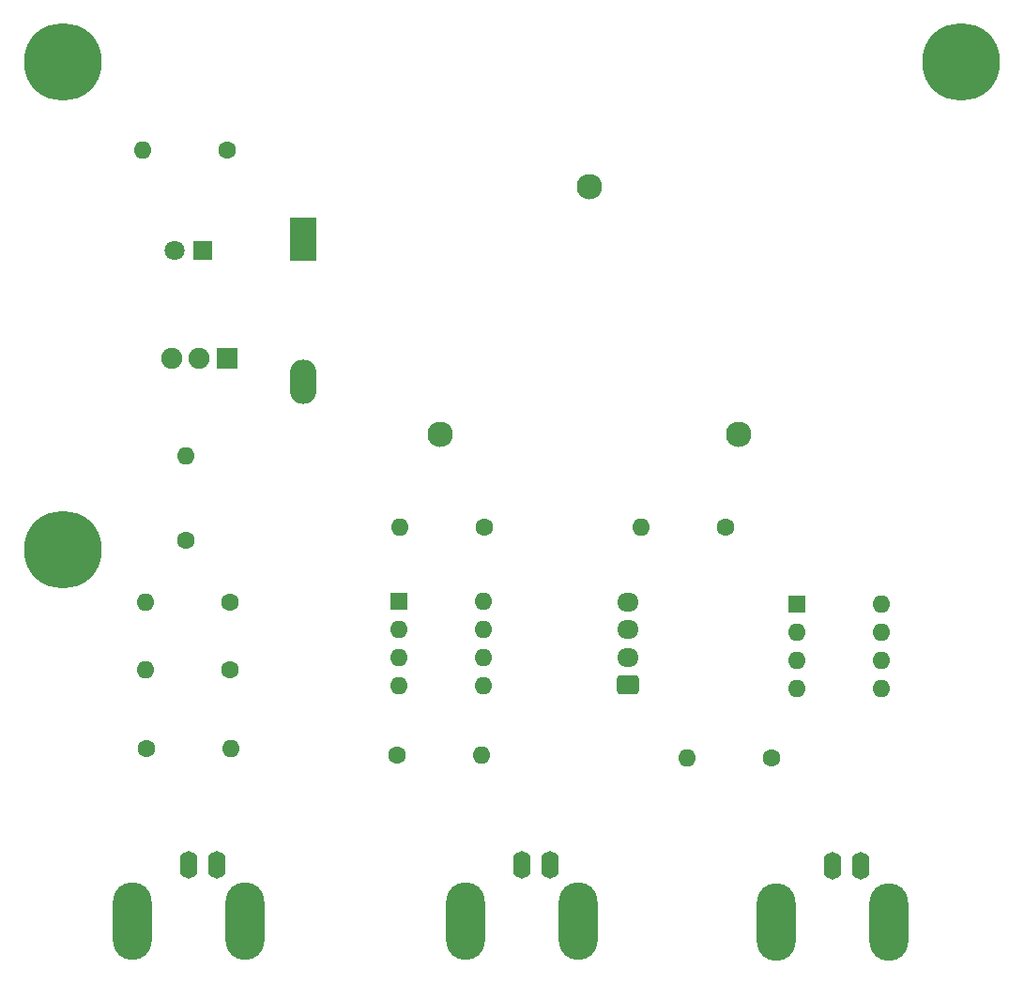
<source format=gts>
%TF.GenerationSoftware,KiCad,Pcbnew,7.0.11-7.0.11~ubuntu22.04.1*%
%TF.CreationDate,2025-04-04T02:52:59+02:00*%
%TF.ProjectId,signal-conditioning-pcb,7369676e-616c-42d6-936f-6e646974696f,rev?*%
%TF.SameCoordinates,Original*%
%TF.FileFunction,Soldermask,Top*%
%TF.FilePolarity,Negative*%
%FSLAX46Y46*%
G04 Gerber Fmt 4.6, Leading zero omitted, Abs format (unit mm)*
G04 Created by KiCad (PCBNEW 7.0.11-7.0.11~ubuntu22.04.1) date 2025-04-04 02:52:59*
%MOMM*%
%LPD*%
G01*
G04 APERTURE LIST*
G04 Aperture macros list*
%AMRoundRect*
0 Rectangle with rounded corners*
0 $1 Rounding radius*
0 $2 $3 $4 $5 $6 $7 $8 $9 X,Y pos of 4 corners*
0 Add a 4 corners polygon primitive as box body*
4,1,4,$2,$3,$4,$5,$6,$7,$8,$9,$2,$3,0*
0 Add four circle primitives for the rounded corners*
1,1,$1+$1,$2,$3*
1,1,$1+$1,$4,$5*
1,1,$1+$1,$6,$7*
1,1,$1+$1,$8,$9*
0 Add four rect primitives between the rounded corners*
20,1,$1+$1,$2,$3,$4,$5,0*
20,1,$1+$1,$4,$5,$6,$7,0*
20,1,$1+$1,$6,$7,$8,$9,0*
20,1,$1+$1,$8,$9,$2,$3,0*%
G04 Aperture macros list end*
%ADD10RoundRect,0.250000X0.725000X-0.600000X0.725000X0.600000X-0.725000X0.600000X-0.725000X-0.600000X0*%
%ADD11O,1.950000X1.700000*%
%ADD12R,1.900000X1.900000*%
%ADD13C,1.900000*%
%ADD14C,2.300000*%
%ADD15R,2.410000X4.020000*%
%ADD16O,2.410000X4.020000*%
%ADD17C,7.000000*%
%ADD18O,1.600000X2.500000*%
%ADD19O,3.500000X7.000000*%
%ADD20C,1.600000*%
%ADD21O,1.600000X1.600000*%
%ADD22R,1.600000X1.600000*%
%ADD23R,1.800000X1.800000*%
%ADD24C,1.800000*%
G04 APERTURE END LIST*
D10*
%TO.C,J5*%
X150368000Y-94234000D03*
D11*
X150368000Y-91734000D03*
X150368000Y-89234000D03*
X150368000Y-86734000D03*
%TD*%
D12*
%TO.C,S1*%
X114163000Y-64770000D03*
D13*
X111663000Y-64770000D03*
X109163000Y-64770000D03*
%TD*%
D14*
%TO.C,BT1*%
X133370000Y-71600000D03*
X146860000Y-49250000D03*
X160340000Y-71600000D03*
D15*
X121080000Y-53980000D03*
D16*
X121080000Y-66860000D03*
%TD*%
D17*
%TO.C,M1*%
X99400000Y-38000000D03*
%TD*%
D18*
%TO.C,J3*%
X110744000Y-110434000D03*
D19*
X115824000Y-115514000D03*
D18*
X113284000Y-110434000D03*
D19*
X105664000Y-115514000D03*
%TD*%
D18*
%TO.C,J1*%
X168824000Y-110514000D03*
D19*
X173904000Y-115594000D03*
D18*
X171364000Y-110514000D03*
D19*
X163744000Y-115594000D03*
%TD*%
D20*
%TO.C,R4*%
X106934000Y-99949000D03*
D21*
X114554000Y-99949000D03*
%TD*%
D20*
%TO.C,R8*%
X159131000Y-80010000D03*
D21*
X151511000Y-80010000D03*
%TD*%
D17*
%TO.C,M2*%
X180400000Y-38000000D03*
%TD*%
D22*
%TO.C,U1*%
X165618000Y-86878000D03*
D21*
X165618000Y-89418000D03*
X165618000Y-91958000D03*
X165618000Y-94498000D03*
X173238000Y-94498000D03*
X173238000Y-91958000D03*
X173238000Y-89418000D03*
X173238000Y-86878000D03*
%TD*%
D20*
%TO.C,R6*%
X114427000Y-86741000D03*
D21*
X106807000Y-86741000D03*
%TD*%
D22*
%TO.C,U2*%
X129677000Y-86624000D03*
D21*
X129677000Y-89164000D03*
X129677000Y-91704000D03*
X129677000Y-94244000D03*
X137297000Y-94244000D03*
X137297000Y-91704000D03*
X137297000Y-89164000D03*
X137297000Y-86624000D03*
%TD*%
D20*
%TO.C,R2*%
X137414000Y-80010000D03*
D21*
X129794000Y-80010000D03*
%TD*%
D17*
%TO.C,M3*%
X99400000Y-82000000D03*
%TD*%
D20*
%TO.C,R9*%
X114173000Y-45974000D03*
D21*
X106553000Y-45974000D03*
%TD*%
D20*
%TO.C,R3*%
X110490000Y-81153000D03*
D21*
X110490000Y-73533000D03*
%TD*%
D20*
%TO.C,R5*%
X114427000Y-92837000D03*
D21*
X106807000Y-92837000D03*
%TD*%
D20*
%TO.C,R1*%
X163322000Y-100838000D03*
D21*
X155702000Y-100838000D03*
%TD*%
D20*
%TO.C,R7*%
X129540000Y-100584000D03*
D21*
X137160000Y-100584000D03*
%TD*%
D23*
%TO.C,D1*%
X112019000Y-54991000D03*
D24*
X109479000Y-54991000D03*
%TD*%
D18*
%TO.C,J2*%
X140744000Y-110434000D03*
D19*
X145824000Y-115514000D03*
D18*
X143284000Y-110434000D03*
D19*
X135664000Y-115514000D03*
%TD*%
M02*

</source>
